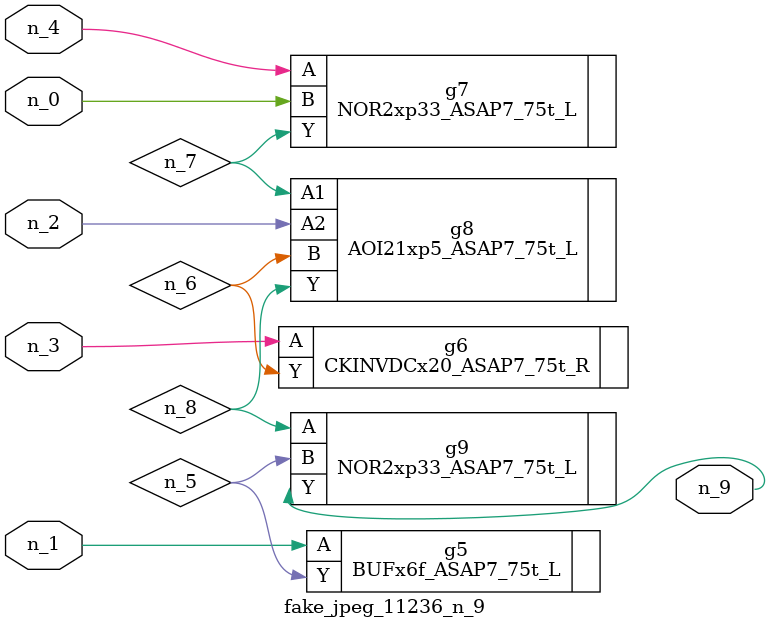
<source format=v>
module fake_jpeg_11236_n_9 (n_3, n_2, n_1, n_0, n_4, n_9);

input n_3;
input n_2;
input n_1;
input n_0;
input n_4;

output n_9;

wire n_8;
wire n_6;
wire n_5;
wire n_7;

BUFx6f_ASAP7_75t_L g5 ( 
.A(n_1),
.Y(n_5)
);

CKINVDCx20_ASAP7_75t_R g6 ( 
.A(n_3),
.Y(n_6)
);

NOR2xp33_ASAP7_75t_L g7 ( 
.A(n_4),
.B(n_0),
.Y(n_7)
);

AOI21xp5_ASAP7_75t_L g8 ( 
.A1(n_7),
.A2(n_2),
.B(n_6),
.Y(n_8)
);

NOR2xp33_ASAP7_75t_L g9 ( 
.A(n_8),
.B(n_5),
.Y(n_9)
);


endmodule
</source>
